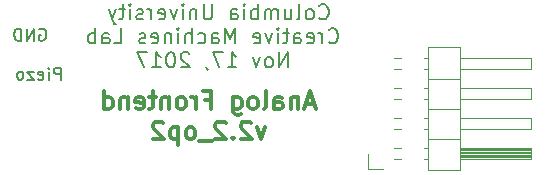
<source format=gbr>
G04 #@! TF.FileFunction,Legend,Bot*
%FSLAX46Y46*%
G04 Gerber Fmt 4.6, Leading zero omitted, Abs format (unit mm)*
G04 Created by KiCad (PCBNEW 4.0.7) date Friday, November 17, 2017 'AMt' 01:25:50 AM*
%MOMM*%
%LPD*%
G01*
G04 APERTURE LIST*
%ADD10C,0.100000*%
%ADD11C,0.203200*%
%ADD12C,0.300000*%
%ADD13C,0.127000*%
%ADD14C,0.120000*%
G04 APERTURE END LIST*
D10*
D11*
X135037285Y-102059619D02*
X135037285Y-101043619D01*
X134650238Y-101043619D01*
X134553476Y-101092000D01*
X134505095Y-101140381D01*
X134456714Y-101237143D01*
X134456714Y-101382286D01*
X134505095Y-101479048D01*
X134553476Y-101527429D01*
X134650238Y-101575810D01*
X135037285Y-101575810D01*
X134021285Y-102059619D02*
X134021285Y-101382286D01*
X134021285Y-101043619D02*
X134069666Y-101092000D01*
X134021285Y-101140381D01*
X133972904Y-101092000D01*
X134021285Y-101043619D01*
X134021285Y-101140381D01*
X133150428Y-102011238D02*
X133247190Y-102059619D01*
X133440713Y-102059619D01*
X133537475Y-102011238D01*
X133585856Y-101914476D01*
X133585856Y-101527429D01*
X133537475Y-101430667D01*
X133440713Y-101382286D01*
X133247190Y-101382286D01*
X133150428Y-101430667D01*
X133102047Y-101527429D01*
X133102047Y-101624190D01*
X133585856Y-101720952D01*
X132763380Y-101382286D02*
X132231190Y-101382286D01*
X132763380Y-102059619D01*
X132231190Y-102059619D01*
X131698999Y-102059619D02*
X131795761Y-102011238D01*
X131844142Y-101962857D01*
X131892523Y-101866095D01*
X131892523Y-101575810D01*
X131844142Y-101479048D01*
X131795761Y-101430667D01*
X131698999Y-101382286D01*
X131553857Y-101382286D01*
X131457095Y-101430667D01*
X131408714Y-101479048D01*
X131360333Y-101575810D01*
X131360333Y-101866095D01*
X131408714Y-101962857D01*
X131457095Y-102011238D01*
X131553857Y-102059619D01*
X131698999Y-102059619D01*
X133235095Y-97790000D02*
X133331857Y-97741619D01*
X133477000Y-97741619D01*
X133622142Y-97790000D01*
X133718904Y-97886762D01*
X133767285Y-97983524D01*
X133815666Y-98177048D01*
X133815666Y-98322190D01*
X133767285Y-98515714D01*
X133718904Y-98612476D01*
X133622142Y-98709238D01*
X133477000Y-98757619D01*
X133380238Y-98757619D01*
X133235095Y-98709238D01*
X133186714Y-98660857D01*
X133186714Y-98322190D01*
X133380238Y-98322190D01*
X132751285Y-98757619D02*
X132751285Y-97741619D01*
X132170714Y-98757619D01*
X132170714Y-97741619D01*
X131686904Y-98757619D02*
X131686904Y-97741619D01*
X131444999Y-97741619D01*
X131299857Y-97790000D01*
X131203095Y-97886762D01*
X131154714Y-97983524D01*
X131106333Y-98177048D01*
X131106333Y-98322190D01*
X131154714Y-98515714D01*
X131203095Y-98612476D01*
X131299857Y-98709238D01*
X131444999Y-98757619D01*
X131686904Y-98757619D01*
D12*
X156502571Y-104131000D02*
X155788285Y-104131000D01*
X156645428Y-104559571D02*
X156145428Y-103059571D01*
X155645428Y-104559571D01*
X155145428Y-103559571D02*
X155145428Y-104559571D01*
X155145428Y-103702429D02*
X155074000Y-103631000D01*
X154931142Y-103559571D01*
X154716857Y-103559571D01*
X154574000Y-103631000D01*
X154502571Y-103773857D01*
X154502571Y-104559571D01*
X153145428Y-104559571D02*
X153145428Y-103773857D01*
X153216857Y-103631000D01*
X153359714Y-103559571D01*
X153645428Y-103559571D01*
X153788285Y-103631000D01*
X153145428Y-104488143D02*
X153288285Y-104559571D01*
X153645428Y-104559571D01*
X153788285Y-104488143D01*
X153859714Y-104345286D01*
X153859714Y-104202429D01*
X153788285Y-104059571D01*
X153645428Y-103988143D01*
X153288285Y-103988143D01*
X153145428Y-103916714D01*
X152216856Y-104559571D02*
X152359714Y-104488143D01*
X152431142Y-104345286D01*
X152431142Y-103059571D01*
X151431142Y-104559571D02*
X151574000Y-104488143D01*
X151645428Y-104416714D01*
X151716857Y-104273857D01*
X151716857Y-103845286D01*
X151645428Y-103702429D01*
X151574000Y-103631000D01*
X151431142Y-103559571D01*
X151216857Y-103559571D01*
X151074000Y-103631000D01*
X151002571Y-103702429D01*
X150931142Y-103845286D01*
X150931142Y-104273857D01*
X151002571Y-104416714D01*
X151074000Y-104488143D01*
X151216857Y-104559571D01*
X151431142Y-104559571D01*
X149645428Y-103559571D02*
X149645428Y-104773857D01*
X149716857Y-104916714D01*
X149788285Y-104988143D01*
X149931142Y-105059571D01*
X150145428Y-105059571D01*
X150288285Y-104988143D01*
X149645428Y-104488143D02*
X149788285Y-104559571D01*
X150073999Y-104559571D01*
X150216857Y-104488143D01*
X150288285Y-104416714D01*
X150359714Y-104273857D01*
X150359714Y-103845286D01*
X150288285Y-103702429D01*
X150216857Y-103631000D01*
X150073999Y-103559571D01*
X149788285Y-103559571D01*
X149645428Y-103631000D01*
X147288285Y-103773857D02*
X147788285Y-103773857D01*
X147788285Y-104559571D02*
X147788285Y-103059571D01*
X147073999Y-103059571D01*
X146502571Y-104559571D02*
X146502571Y-103559571D01*
X146502571Y-103845286D02*
X146431143Y-103702429D01*
X146359714Y-103631000D01*
X146216857Y-103559571D01*
X146074000Y-103559571D01*
X145359714Y-104559571D02*
X145502572Y-104488143D01*
X145574000Y-104416714D01*
X145645429Y-104273857D01*
X145645429Y-103845286D01*
X145574000Y-103702429D01*
X145502572Y-103631000D01*
X145359714Y-103559571D01*
X145145429Y-103559571D01*
X145002572Y-103631000D01*
X144931143Y-103702429D01*
X144859714Y-103845286D01*
X144859714Y-104273857D01*
X144931143Y-104416714D01*
X145002572Y-104488143D01*
X145145429Y-104559571D01*
X145359714Y-104559571D01*
X144216857Y-103559571D02*
X144216857Y-104559571D01*
X144216857Y-103702429D02*
X144145429Y-103631000D01*
X144002571Y-103559571D01*
X143788286Y-103559571D01*
X143645429Y-103631000D01*
X143574000Y-103773857D01*
X143574000Y-104559571D01*
X143074000Y-103559571D02*
X142502571Y-103559571D01*
X142859714Y-103059571D02*
X142859714Y-104345286D01*
X142788286Y-104488143D01*
X142645428Y-104559571D01*
X142502571Y-104559571D01*
X141431143Y-104488143D02*
X141574000Y-104559571D01*
X141859714Y-104559571D01*
X142002571Y-104488143D01*
X142074000Y-104345286D01*
X142074000Y-103773857D01*
X142002571Y-103631000D01*
X141859714Y-103559571D01*
X141574000Y-103559571D01*
X141431143Y-103631000D01*
X141359714Y-103773857D01*
X141359714Y-103916714D01*
X142074000Y-104059571D01*
X140716857Y-103559571D02*
X140716857Y-104559571D01*
X140716857Y-103702429D02*
X140645429Y-103631000D01*
X140502571Y-103559571D01*
X140288286Y-103559571D01*
X140145429Y-103631000D01*
X140074000Y-103773857D01*
X140074000Y-104559571D01*
X138716857Y-104559571D02*
X138716857Y-103059571D01*
X138716857Y-104488143D02*
X138859714Y-104559571D01*
X139145428Y-104559571D01*
X139288286Y-104488143D01*
X139359714Y-104416714D01*
X139431143Y-104273857D01*
X139431143Y-103845286D01*
X139359714Y-103702429D01*
X139288286Y-103631000D01*
X139145428Y-103559571D01*
X138859714Y-103559571D01*
X138716857Y-103631000D01*
X152359713Y-106109571D02*
X152002570Y-107109571D01*
X151645428Y-106109571D01*
X151145428Y-105752429D02*
X151073999Y-105681000D01*
X150931142Y-105609571D01*
X150573999Y-105609571D01*
X150431142Y-105681000D01*
X150359713Y-105752429D01*
X150288285Y-105895286D01*
X150288285Y-106038143D01*
X150359713Y-106252429D01*
X151216856Y-107109571D01*
X150288285Y-107109571D01*
X149645428Y-106966714D02*
X149574000Y-107038143D01*
X149645428Y-107109571D01*
X149716857Y-107038143D01*
X149645428Y-106966714D01*
X149645428Y-107109571D01*
X149002571Y-105752429D02*
X148931142Y-105681000D01*
X148788285Y-105609571D01*
X148431142Y-105609571D01*
X148288285Y-105681000D01*
X148216856Y-105752429D01*
X148145428Y-105895286D01*
X148145428Y-106038143D01*
X148216856Y-106252429D01*
X149073999Y-107109571D01*
X148145428Y-107109571D01*
X147859714Y-107252429D02*
X146716857Y-107252429D01*
X146145428Y-107109571D02*
X146288286Y-107038143D01*
X146359714Y-106966714D01*
X146431143Y-106823857D01*
X146431143Y-106395286D01*
X146359714Y-106252429D01*
X146288286Y-106181000D01*
X146145428Y-106109571D01*
X145931143Y-106109571D01*
X145788286Y-106181000D01*
X145716857Y-106252429D01*
X145645428Y-106395286D01*
X145645428Y-106823857D01*
X145716857Y-106966714D01*
X145788286Y-107038143D01*
X145931143Y-107109571D01*
X146145428Y-107109571D01*
X145002571Y-106109571D02*
X145002571Y-107609571D01*
X145002571Y-106181000D02*
X144859714Y-106109571D01*
X144574000Y-106109571D01*
X144431143Y-106181000D01*
X144359714Y-106252429D01*
X144288285Y-106395286D01*
X144288285Y-106823857D01*
X144359714Y-106966714D01*
X144431143Y-107038143D01*
X144574000Y-107109571D01*
X144859714Y-107109571D01*
X145002571Y-107038143D01*
X143716857Y-105752429D02*
X143645428Y-105681000D01*
X143502571Y-105609571D01*
X143145428Y-105609571D01*
X143002571Y-105681000D01*
X142931142Y-105752429D01*
X142859714Y-105895286D01*
X142859714Y-106038143D01*
X142931142Y-106252429D01*
X143788285Y-107109571D01*
X142859714Y-107109571D01*
D13*
X156935714Y-96846571D02*
X156996190Y-96907048D01*
X157177619Y-96967524D01*
X157298571Y-96967524D01*
X157479999Y-96907048D01*
X157600952Y-96786095D01*
X157661428Y-96665143D01*
X157721904Y-96423238D01*
X157721904Y-96241810D01*
X157661428Y-95999905D01*
X157600952Y-95878952D01*
X157479999Y-95758000D01*
X157298571Y-95697524D01*
X157177619Y-95697524D01*
X156996190Y-95758000D01*
X156935714Y-95818476D01*
X156209999Y-96967524D02*
X156330952Y-96907048D01*
X156391428Y-96846571D01*
X156451904Y-96725619D01*
X156451904Y-96362762D01*
X156391428Y-96241810D01*
X156330952Y-96181333D01*
X156209999Y-96120857D01*
X156028571Y-96120857D01*
X155907619Y-96181333D01*
X155847142Y-96241810D01*
X155786666Y-96362762D01*
X155786666Y-96725619D01*
X155847142Y-96846571D01*
X155907619Y-96907048D01*
X156028571Y-96967524D01*
X156209999Y-96967524D01*
X155060951Y-96967524D02*
X155181904Y-96907048D01*
X155242380Y-96786095D01*
X155242380Y-95697524D01*
X154032856Y-96120857D02*
X154032856Y-96967524D01*
X154577142Y-96120857D02*
X154577142Y-96786095D01*
X154516666Y-96907048D01*
X154395713Y-96967524D01*
X154214285Y-96967524D01*
X154093333Y-96907048D01*
X154032856Y-96846571D01*
X153428094Y-96967524D02*
X153428094Y-96120857D01*
X153428094Y-96241810D02*
X153367618Y-96181333D01*
X153246665Y-96120857D01*
X153065237Y-96120857D01*
X152944285Y-96181333D01*
X152883808Y-96302286D01*
X152883808Y-96967524D01*
X152883808Y-96302286D02*
X152823332Y-96181333D01*
X152702380Y-96120857D01*
X152520951Y-96120857D01*
X152399999Y-96181333D01*
X152339523Y-96302286D01*
X152339523Y-96967524D01*
X151734761Y-96967524D02*
X151734761Y-95697524D01*
X151734761Y-96181333D02*
X151613809Y-96120857D01*
X151371904Y-96120857D01*
X151250952Y-96181333D01*
X151190475Y-96241810D01*
X151129999Y-96362762D01*
X151129999Y-96725619D01*
X151190475Y-96846571D01*
X151250952Y-96907048D01*
X151371904Y-96967524D01*
X151613809Y-96967524D01*
X151734761Y-96907048D01*
X150585713Y-96967524D02*
X150585713Y-96120857D01*
X150585713Y-95697524D02*
X150646189Y-95758000D01*
X150585713Y-95818476D01*
X150525237Y-95758000D01*
X150585713Y-95697524D01*
X150585713Y-95818476D01*
X149436665Y-96967524D02*
X149436665Y-96302286D01*
X149497142Y-96181333D01*
X149618094Y-96120857D01*
X149859999Y-96120857D01*
X149980951Y-96181333D01*
X149436665Y-96907048D02*
X149557618Y-96967524D01*
X149859999Y-96967524D01*
X149980951Y-96907048D01*
X150041427Y-96786095D01*
X150041427Y-96665143D01*
X149980951Y-96544190D01*
X149859999Y-96483714D01*
X149557618Y-96483714D01*
X149436665Y-96423238D01*
X147864284Y-95697524D02*
X147864284Y-96725619D01*
X147803808Y-96846571D01*
X147743332Y-96907048D01*
X147622379Y-96967524D01*
X147380475Y-96967524D01*
X147259522Y-96907048D01*
X147199046Y-96846571D01*
X147138570Y-96725619D01*
X147138570Y-95697524D01*
X146533808Y-96120857D02*
X146533808Y-96967524D01*
X146533808Y-96241810D02*
X146473332Y-96181333D01*
X146352379Y-96120857D01*
X146170951Y-96120857D01*
X146049999Y-96181333D01*
X145989522Y-96302286D01*
X145989522Y-96967524D01*
X145384760Y-96967524D02*
X145384760Y-96120857D01*
X145384760Y-95697524D02*
X145445236Y-95758000D01*
X145384760Y-95818476D01*
X145324284Y-95758000D01*
X145384760Y-95697524D01*
X145384760Y-95818476D01*
X144900950Y-96120857D02*
X144598569Y-96967524D01*
X144296189Y-96120857D01*
X143328570Y-96907048D02*
X143449522Y-96967524D01*
X143691427Y-96967524D01*
X143812379Y-96907048D01*
X143872855Y-96786095D01*
X143872855Y-96302286D01*
X143812379Y-96181333D01*
X143691427Y-96120857D01*
X143449522Y-96120857D01*
X143328570Y-96181333D01*
X143268093Y-96302286D01*
X143268093Y-96423238D01*
X143872855Y-96544190D01*
X142723808Y-96967524D02*
X142723808Y-96120857D01*
X142723808Y-96362762D02*
X142663332Y-96241810D01*
X142602856Y-96181333D01*
X142481903Y-96120857D01*
X142360951Y-96120857D01*
X141998094Y-96907048D02*
X141877142Y-96967524D01*
X141635237Y-96967524D01*
X141514285Y-96907048D01*
X141453809Y-96786095D01*
X141453809Y-96725619D01*
X141514285Y-96604667D01*
X141635237Y-96544190D01*
X141816666Y-96544190D01*
X141937618Y-96483714D01*
X141998094Y-96362762D01*
X141998094Y-96302286D01*
X141937618Y-96181333D01*
X141816666Y-96120857D01*
X141635237Y-96120857D01*
X141514285Y-96181333D01*
X140909523Y-96967524D02*
X140909523Y-96120857D01*
X140909523Y-95697524D02*
X140969999Y-95758000D01*
X140909523Y-95818476D01*
X140849047Y-95758000D01*
X140909523Y-95697524D01*
X140909523Y-95818476D01*
X140486190Y-96120857D02*
X140002380Y-96120857D01*
X140304761Y-95697524D02*
X140304761Y-96786095D01*
X140244285Y-96907048D01*
X140123332Y-96967524D01*
X140002380Y-96967524D01*
X139699999Y-96120857D02*
X139397618Y-96967524D01*
X139095238Y-96120857D02*
X139397618Y-96967524D01*
X139518571Y-97269905D01*
X139579047Y-97330381D01*
X139699999Y-97390857D01*
X157752143Y-98878571D02*
X157812619Y-98939048D01*
X157994048Y-98999524D01*
X158115000Y-98999524D01*
X158296428Y-98939048D01*
X158417381Y-98818095D01*
X158477857Y-98697143D01*
X158538333Y-98455238D01*
X158538333Y-98273810D01*
X158477857Y-98031905D01*
X158417381Y-97910952D01*
X158296428Y-97790000D01*
X158115000Y-97729524D01*
X157994048Y-97729524D01*
X157812619Y-97790000D01*
X157752143Y-97850476D01*
X157207857Y-98999524D02*
X157207857Y-98152857D01*
X157207857Y-98394762D02*
X157147381Y-98273810D01*
X157086905Y-98213333D01*
X156965952Y-98152857D01*
X156845000Y-98152857D01*
X155937858Y-98939048D02*
X156058810Y-98999524D01*
X156300715Y-98999524D01*
X156421667Y-98939048D01*
X156482143Y-98818095D01*
X156482143Y-98334286D01*
X156421667Y-98213333D01*
X156300715Y-98152857D01*
X156058810Y-98152857D01*
X155937858Y-98213333D01*
X155877381Y-98334286D01*
X155877381Y-98455238D01*
X156482143Y-98576190D01*
X154788810Y-98999524D02*
X154788810Y-98334286D01*
X154849287Y-98213333D01*
X154970239Y-98152857D01*
X155212144Y-98152857D01*
X155333096Y-98213333D01*
X154788810Y-98939048D02*
X154909763Y-98999524D01*
X155212144Y-98999524D01*
X155333096Y-98939048D01*
X155393572Y-98818095D01*
X155393572Y-98697143D01*
X155333096Y-98576190D01*
X155212144Y-98515714D01*
X154909763Y-98515714D01*
X154788810Y-98455238D01*
X154365477Y-98152857D02*
X153881667Y-98152857D01*
X154184048Y-97729524D02*
X154184048Y-98818095D01*
X154123572Y-98939048D01*
X154002619Y-98999524D01*
X153881667Y-98999524D01*
X153458334Y-98999524D02*
X153458334Y-98152857D01*
X153458334Y-97729524D02*
X153518810Y-97790000D01*
X153458334Y-97850476D01*
X153397858Y-97790000D01*
X153458334Y-97729524D01*
X153458334Y-97850476D01*
X152974524Y-98152857D02*
X152672143Y-98999524D01*
X152369763Y-98152857D01*
X151402144Y-98939048D02*
X151523096Y-98999524D01*
X151765001Y-98999524D01*
X151885953Y-98939048D01*
X151946429Y-98818095D01*
X151946429Y-98334286D01*
X151885953Y-98213333D01*
X151765001Y-98152857D01*
X151523096Y-98152857D01*
X151402144Y-98213333D01*
X151341667Y-98334286D01*
X151341667Y-98455238D01*
X151946429Y-98576190D01*
X149829763Y-98999524D02*
X149829763Y-97729524D01*
X149406430Y-98636667D01*
X148983096Y-97729524D01*
X148983096Y-98999524D01*
X147834048Y-98999524D02*
X147834048Y-98334286D01*
X147894525Y-98213333D01*
X148015477Y-98152857D01*
X148257382Y-98152857D01*
X148378334Y-98213333D01*
X147834048Y-98939048D02*
X147955001Y-98999524D01*
X148257382Y-98999524D01*
X148378334Y-98939048D01*
X148438810Y-98818095D01*
X148438810Y-98697143D01*
X148378334Y-98576190D01*
X148257382Y-98515714D01*
X147955001Y-98515714D01*
X147834048Y-98455238D01*
X146685000Y-98939048D02*
X146805953Y-98999524D01*
X147047857Y-98999524D01*
X147168810Y-98939048D01*
X147229286Y-98878571D01*
X147289762Y-98757619D01*
X147289762Y-98394762D01*
X147229286Y-98273810D01*
X147168810Y-98213333D01*
X147047857Y-98152857D01*
X146805953Y-98152857D01*
X146685000Y-98213333D01*
X146140715Y-98999524D02*
X146140715Y-97729524D01*
X145596429Y-98999524D02*
X145596429Y-98334286D01*
X145656906Y-98213333D01*
X145777858Y-98152857D01*
X145959286Y-98152857D01*
X146080239Y-98213333D01*
X146140715Y-98273810D01*
X144991667Y-98999524D02*
X144991667Y-98152857D01*
X144991667Y-97729524D02*
X145052143Y-97790000D01*
X144991667Y-97850476D01*
X144931191Y-97790000D01*
X144991667Y-97729524D01*
X144991667Y-97850476D01*
X144386905Y-98152857D02*
X144386905Y-98999524D01*
X144386905Y-98273810D02*
X144326429Y-98213333D01*
X144205476Y-98152857D01*
X144024048Y-98152857D01*
X143903096Y-98213333D01*
X143842619Y-98334286D01*
X143842619Y-98999524D01*
X142754048Y-98939048D02*
X142875000Y-98999524D01*
X143116905Y-98999524D01*
X143237857Y-98939048D01*
X143298333Y-98818095D01*
X143298333Y-98334286D01*
X143237857Y-98213333D01*
X143116905Y-98152857D01*
X142875000Y-98152857D01*
X142754048Y-98213333D01*
X142693571Y-98334286D01*
X142693571Y-98455238D01*
X143298333Y-98576190D01*
X142209762Y-98939048D02*
X142088810Y-98999524D01*
X141846905Y-98999524D01*
X141725953Y-98939048D01*
X141665477Y-98818095D01*
X141665477Y-98757619D01*
X141725953Y-98636667D01*
X141846905Y-98576190D01*
X142028334Y-98576190D01*
X142149286Y-98515714D01*
X142209762Y-98394762D01*
X142209762Y-98334286D01*
X142149286Y-98213333D01*
X142028334Y-98152857D01*
X141846905Y-98152857D01*
X141725953Y-98213333D01*
X139548810Y-98999524D02*
X140153572Y-98999524D01*
X140153572Y-97729524D01*
X138581191Y-98999524D02*
X138581191Y-98334286D01*
X138641668Y-98213333D01*
X138762620Y-98152857D01*
X139004525Y-98152857D01*
X139125477Y-98213333D01*
X138581191Y-98939048D02*
X138702144Y-98999524D01*
X139004525Y-98999524D01*
X139125477Y-98939048D01*
X139185953Y-98818095D01*
X139185953Y-98697143D01*
X139125477Y-98576190D01*
X139004525Y-98515714D01*
X138702144Y-98515714D01*
X138581191Y-98455238D01*
X137976429Y-98999524D02*
X137976429Y-97729524D01*
X137976429Y-98213333D02*
X137855477Y-98152857D01*
X137613572Y-98152857D01*
X137492620Y-98213333D01*
X137432143Y-98273810D01*
X137371667Y-98394762D01*
X137371667Y-98757619D01*
X137432143Y-98878571D01*
X137492620Y-98939048D01*
X137613572Y-98999524D01*
X137855477Y-98999524D01*
X137976429Y-98939048D01*
X154274762Y-101031524D02*
X154274762Y-99761524D01*
X153549048Y-101031524D01*
X153549048Y-99761524D01*
X152762857Y-101031524D02*
X152883810Y-100971048D01*
X152944286Y-100910571D01*
X153004762Y-100789619D01*
X153004762Y-100426762D01*
X152944286Y-100305810D01*
X152883810Y-100245333D01*
X152762857Y-100184857D01*
X152581429Y-100184857D01*
X152460477Y-100245333D01*
X152400000Y-100305810D01*
X152339524Y-100426762D01*
X152339524Y-100789619D01*
X152400000Y-100910571D01*
X152460477Y-100971048D01*
X152581429Y-101031524D01*
X152762857Y-101031524D01*
X151916190Y-100184857D02*
X151613809Y-101031524D01*
X151311429Y-100184857D01*
X149194762Y-101031524D02*
X149920476Y-101031524D01*
X149557619Y-101031524D02*
X149557619Y-99761524D01*
X149678571Y-99942952D01*
X149799524Y-100063905D01*
X149920476Y-100124381D01*
X148771428Y-99761524D02*
X147924762Y-99761524D01*
X148469047Y-101031524D01*
X147380476Y-100971048D02*
X147380476Y-101031524D01*
X147440952Y-101152476D01*
X147501428Y-101212952D01*
X145929047Y-99882476D02*
X145868571Y-99822000D01*
X145747619Y-99761524D01*
X145445238Y-99761524D01*
X145324285Y-99822000D01*
X145263809Y-99882476D01*
X145203333Y-100003429D01*
X145203333Y-100124381D01*
X145263809Y-100305810D01*
X145989523Y-101031524D01*
X145203333Y-101031524D01*
X144417142Y-99761524D02*
X144296190Y-99761524D01*
X144175238Y-99822000D01*
X144114761Y-99882476D01*
X144054285Y-100003429D01*
X143993809Y-100245333D01*
X143993809Y-100547714D01*
X144054285Y-100789619D01*
X144114761Y-100910571D01*
X144175238Y-100971048D01*
X144296190Y-101031524D01*
X144417142Y-101031524D01*
X144538095Y-100971048D01*
X144598571Y-100910571D01*
X144659047Y-100789619D01*
X144719523Y-100547714D01*
X144719523Y-100245333D01*
X144659047Y-100003429D01*
X144598571Y-99882476D01*
X144538095Y-99822000D01*
X144417142Y-99761524D01*
X142784285Y-101031524D02*
X143509999Y-101031524D01*
X143147142Y-101031524D02*
X143147142Y-99761524D01*
X143268094Y-99942952D01*
X143389047Y-100063905D01*
X143509999Y-100124381D01*
X142360951Y-99761524D02*
X141514285Y-99761524D01*
X142058570Y-101031524D01*
D14*
X166126000Y-109721000D02*
X166126000Y-107061000D01*
X166126000Y-107061000D02*
X168866000Y-107061000D01*
X168866000Y-107061000D02*
X168866000Y-109721000D01*
X168866000Y-109721000D02*
X166126000Y-109721000D01*
X168866000Y-108771000D02*
X168866000Y-107891000D01*
X168866000Y-107891000D02*
X174866000Y-107891000D01*
X174866000Y-107891000D02*
X174866000Y-108771000D01*
X174866000Y-108771000D02*
X168866000Y-108771000D01*
X165816000Y-108771000D02*
X166126000Y-108771000D01*
X165816000Y-107891000D02*
X166126000Y-107891000D01*
X163276000Y-108771000D02*
X163876000Y-108771000D01*
X163276000Y-107891000D02*
X163876000Y-107891000D01*
X168866000Y-108651000D02*
X174866000Y-108651000D01*
X168866000Y-108531000D02*
X174866000Y-108531000D01*
X168866000Y-108411000D02*
X174866000Y-108411000D01*
X168866000Y-108291000D02*
X174866000Y-108291000D01*
X168866000Y-108171000D02*
X174866000Y-108171000D01*
X168866000Y-108051000D02*
X174866000Y-108051000D01*
X168866000Y-107931000D02*
X174866000Y-107931000D01*
X166126000Y-107061000D02*
X166126000Y-104521000D01*
X166126000Y-104521000D02*
X168866000Y-104521000D01*
X168866000Y-104521000D02*
X168866000Y-107061000D01*
X168866000Y-107061000D02*
X166126000Y-107061000D01*
X168866000Y-106231000D02*
X168866000Y-105351000D01*
X168866000Y-105351000D02*
X174866000Y-105351000D01*
X174866000Y-105351000D02*
X174866000Y-106231000D01*
X174866000Y-106231000D02*
X168866000Y-106231000D01*
X165816000Y-106231000D02*
X166126000Y-106231000D01*
X165816000Y-105351000D02*
X166126000Y-105351000D01*
X163276000Y-106231000D02*
X163876000Y-106231000D01*
X163276000Y-105351000D02*
X163876000Y-105351000D01*
X166126000Y-104521000D02*
X166126000Y-101981000D01*
X166126000Y-101981000D02*
X168866000Y-101981000D01*
X168866000Y-101981000D02*
X168866000Y-104521000D01*
X168866000Y-104521000D02*
X166126000Y-104521000D01*
X168866000Y-103691000D02*
X168866000Y-102811000D01*
X168866000Y-102811000D02*
X174866000Y-102811000D01*
X174866000Y-102811000D02*
X174866000Y-103691000D01*
X174866000Y-103691000D02*
X168866000Y-103691000D01*
X165816000Y-103691000D02*
X166126000Y-103691000D01*
X165816000Y-102811000D02*
X166126000Y-102811000D01*
X163276000Y-103691000D02*
X163876000Y-103691000D01*
X163276000Y-102811000D02*
X163876000Y-102811000D01*
X166126000Y-101981000D02*
X166126000Y-99321000D01*
X166126000Y-99321000D02*
X168866000Y-99321000D01*
X168866000Y-99321000D02*
X168866000Y-101981000D01*
X168866000Y-101981000D02*
X166126000Y-101981000D01*
X168866000Y-101151000D02*
X168866000Y-100271000D01*
X168866000Y-100271000D02*
X174866000Y-100271000D01*
X174866000Y-100271000D02*
X174866000Y-101151000D01*
X174866000Y-101151000D02*
X168866000Y-101151000D01*
X165816000Y-101151000D02*
X166126000Y-101151000D01*
X165816000Y-100271000D02*
X166126000Y-100271000D01*
X163276000Y-101151000D02*
X163876000Y-101151000D01*
X163276000Y-100271000D02*
X163876000Y-100271000D01*
X161036000Y-108331000D02*
X161036000Y-109601000D01*
X161036000Y-109601000D02*
X162306000Y-109601000D01*
M02*

</source>
